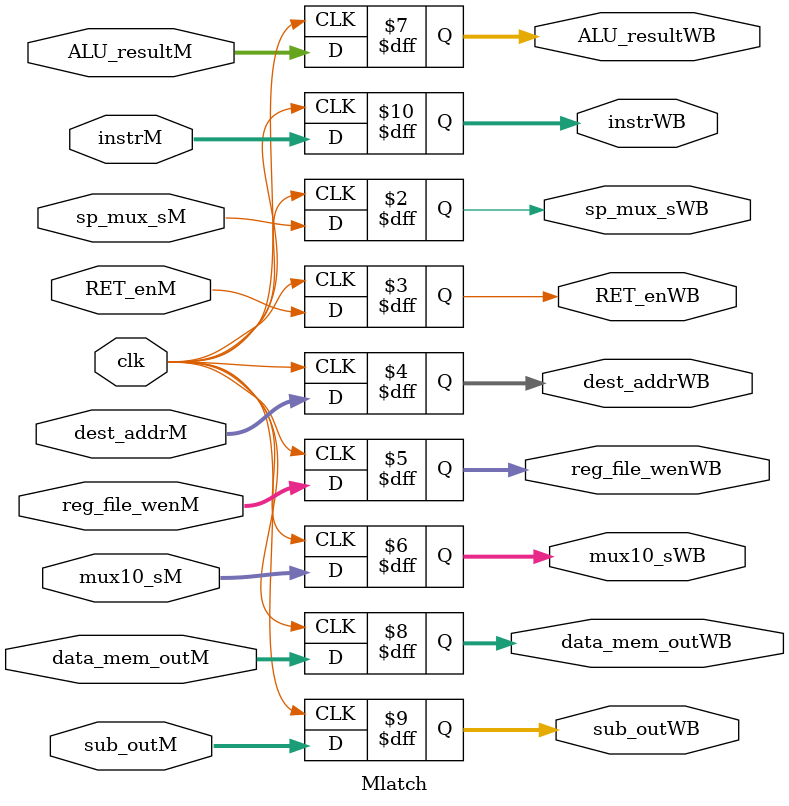
<source format=v>
module Mlatch (
    input wire        clk,                    // Clock signal
    input wire        sp_mux_sM, RET_enM,     // Special signals from Memory stage
    input wire [1:0]  dest_addrM, reg_file_wenM, // Destination register info and write enable
    input wire [2:0]  mux10_sM,               // MUX select signal
    input wire [7:0]  ALU_resultM, data_mem_outM, sub_outM, instrM, // Data from Memory stage

    output reg        sp_mux_sWB, RET_enWB,   // Signals passed to Writeback stage
    output reg [1:0]  dest_addrWB, reg_file_wenWB,
    output reg [2:0]  mux10_sWB,
    output reg [7:0]  ALU_resultWB, data_mem_outWB, sub_outWB, instrWB
);

// -----------------------------
// Latch Memory → Writeback
// On each rising clock edge, store all EX/M → WB signals
// -----------------------------
always @(posedge clk) begin
        reg_file_wenWB <= reg_file_wenM;   // Write enable for register file
        mux10_sWB      <= mux10_sM;        // MUX selection signal
        ALU_resultWB   <= ALU_resultM;     // ALU result
        data_mem_outWB <= data_mem_outM;   // Data read from memory
        sub_outWB      <= sub_outM;        // Output from subtractor
        dest_addrWB    <= dest_addrM;      // Destination register address
        instrWB        <= instrM;          // Instruction to pass along
        sp_mux_sWB     <= sp_mux_sM;       // Special MUX signal
        RET_enWB       <= RET_enM;         // Return enable signal
end

endmodule

</source>
